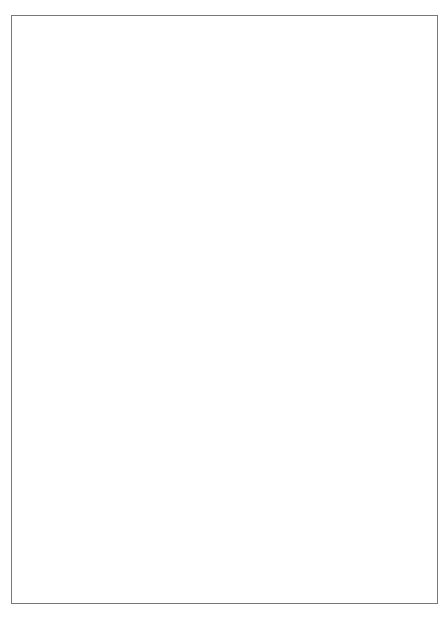
<source format=gm1>
G04 #@! TF.GenerationSoftware,KiCad,Pcbnew,6.0.7-f9a2dced07~116~ubuntu20.04.1*
G04 #@! TF.CreationDate,2023-01-10T10:48:59+01:00*
G04 #@! TF.ProjectId,Td5Gauge_SMD_ESP32,54643547-6175-4676-955f-534d445f4553,rev?*
G04 #@! TF.SameCoordinates,Original*
G04 #@! TF.FileFunction,Profile,NP*
%FSLAX46Y46*%
G04 Gerber Fmt 4.6, Leading zero omitted, Abs format (unit mm)*
G04 Created by KiCad (PCBNEW 6.0.7-f9a2dced07~116~ubuntu20.04.1) date 2023-01-10 10:48:59*
%MOMM*%
%LPD*%
G01*
G04 APERTURE LIST*
G04 #@! TA.AperFunction,Profile*
%ADD10C,0.050000*%
G04 #@! TD*
G04 APERTURE END LIST*
D10*
X64008000Y-100076000D02*
X64008000Y-50292000D01*
X100076000Y-50292000D02*
X64008000Y-50292000D01*
X100076000Y-100076000D02*
X64008000Y-100076000D01*
X100076000Y-100076000D02*
X100076000Y-50292000D01*
M02*

</source>
